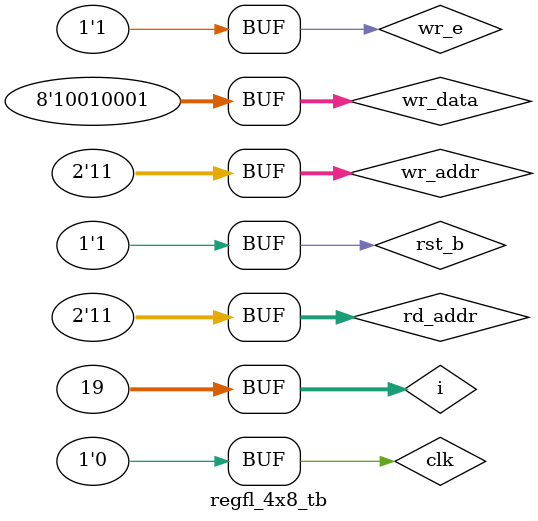
<source format=v>
module rgst #( //asta i un registru mic
  parameter w = 8
)(
  input clk, rst_b, ld,
  input [w-1:0] d, //numarul pe care il retine registrul
  output reg [w-1:0] q
);

always @(posedge clk, negedge rst_b) begin
  if(!rst_b) q <= 0;
  else if(ld == 1) q <= d;
  end
  
endmodule

module regfl_4x8( //asta i ala mare 
  input clk,
  input rst_b,
  input [7:0] wr_data,
  input [1:0] wr_addr,
  input wr_e,
  input [1:0] rd_addr,
  output reg [7:0] rd_data
);

reg [3:0] o; //iesirile de la decoder sunt de fapt intrarile multiplexorului (cred)
wire [7:0] d0, d1, d2, d3;

always @(*) begin
  if(wr_e == 1) begin
    case (wr_addr)
      0: o = 4'b0001;
      1: o = 4'b0010;
      2: o = 4'b0100;
      3: o = 4'b1000;
      default: o = 0;
    endcase
  end
else
  o = 0;
end

rgst #( //instanta.ala mare - tot timpul ma uit in urma pe desen!!
  .w(8)
) reg0 (
  .clk(clk),
  .rst_b(rst_b),
  .ld(o[0]),
  .d(wr_data),
  .q(d0)
);

rgst #( 
  .w(8)
) reg1 (
  .clk(clk),
  .rst_b(rst_b),
  .ld(o[1]),
  .d(wr_data),
  .q(d1)
);

rgst #( 
  .w(8)
) reg2 (
  .clk(clk),
  .rst_b(rst_b),
  .ld(o[2]),
  .d(wr_data),
  .q(d2)
);

rgst #( 
  .w(8)
) reg3 (
  .clk(clk),
  .rst_b(rst_b),
  .ld(o[3]),
  .d(wr_data),
  .q(d3)
);

always @(*) begin
  case(rd_addr)
    0: rd_data = d0;
    1: rd_data = d1;
    2: rd_data = d2;
    3: rd_data = d3;
    default: rd_data = 0;
  endcase
end

endmodule

module regfl_4x8_tb;
  reg clk, rst_b, wr_e;
  reg [7:0] wr_data;
  reg [1:0] wr_addr;
  reg [1:0] rd_addr;
  wire [7:0] rd_data;
  
  regfl_4x8 regfl_4x8_i(.clk(clk), .rst_b(rst_b), .wr_e(wr_e), .wr_data(wr_data), .wr_addr(wr_addr), .rd_addr(rd_addr), .rd_data(rd_data));
  
  initial begin
    clk = 0; 
    rst_b = 0;
    wr_addr = 2'h0;
    wr_data = 8'ha2;
    wr_e = 1;
    rd_addr = 2'h3;
  end
  
  integer i;
  initial begin
    for(i = 1; i <= 18; i = i + 1) begin
    #50; clk = ~clk;
  end
  end
  
  initial begin
    #5; rst_b = 1;
  end
  
  initial begin
    #100; wr_addr = 2'h2; wr_data = 8'h2e; rd_addr = 2'h0;
    #100; wr_addr = 2'h1; wr_data = 8'h98; rd_addr = 2'h1;
    #100; wr_addr = 2'h3; wr_data = 8'h55; rd_addr = 2'h2;
    #100; wr_addr = 2'h0; wr_data = 8'h20; rd_addr = 2'h0;
    #100; wr_addr = 2'h1; wr_data = 8'hff; rd_addr = 2'h3;
    #100; wr_addr = 2'h3; wr_data = 8'hc7; rd_addr = 2'h1;
    #100; wr_addr = 2'h2; wr_data = 8'hb5; rd_addr = 2'h2;
    #100; wr_addr = 2'h3; wr_data = 8'h91; rd_addr = 2'h3;
  end
  
  initial begin
    #200; wr_e = 0;
    #100; wr_e = 1;
    #400; wr_e = 0;
    #100; wr_e = 1;
  end
  
endmodule
</source>
